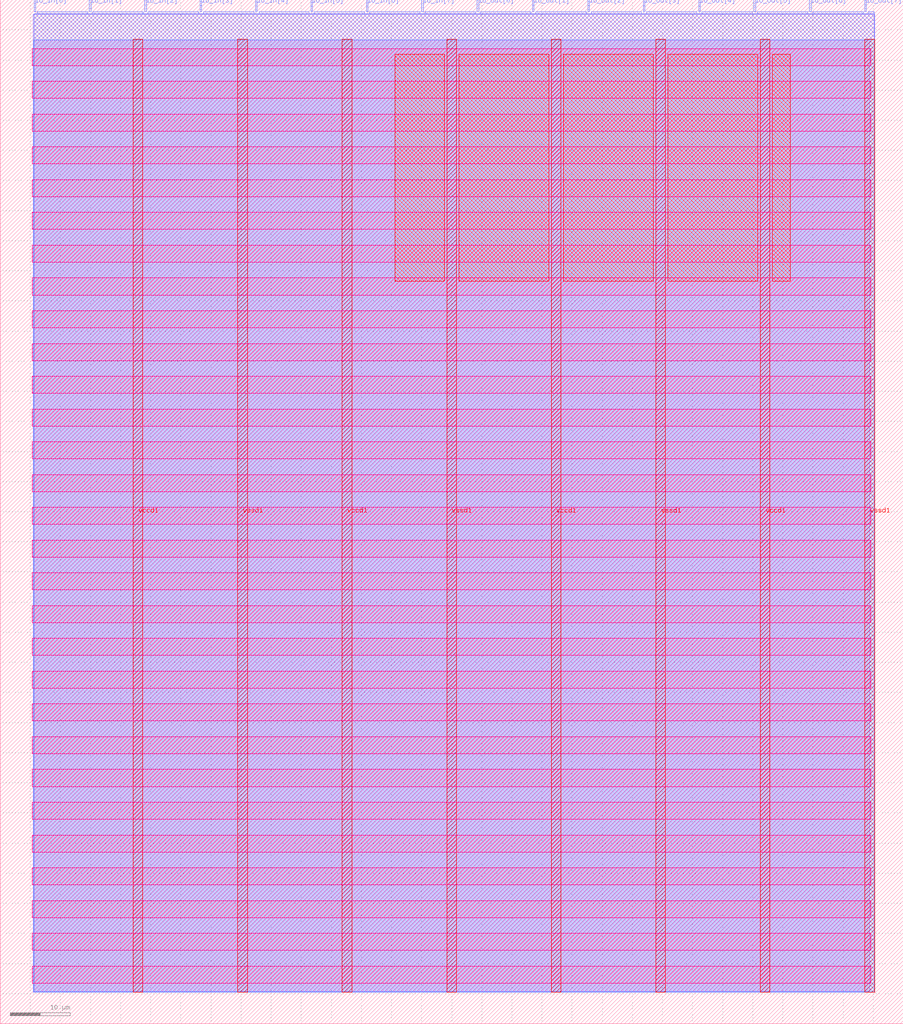
<source format=lef>
VERSION 5.7 ;
  NOWIREEXTENSIONATPIN ON ;
  DIVIDERCHAR "/" ;
  BUSBITCHARS "[]" ;
MACRO alu_top
  CLASS BLOCK ;
  FOREIGN alu_top ;
  ORIGIN 0.000 0.000 ;
  SIZE 150.000 BY 170.000 ;
  PIN io_in[0]
    DIRECTION INPUT ;
    USE SIGNAL ;
    PORT
      LAYER met2 ;
        RECT 5.610 168.000 5.890 170.000 ;
    END
  END io_in[0]
  PIN io_in[1]
    DIRECTION INPUT ;
    USE SIGNAL ;
    PORT
      LAYER met2 ;
        RECT 14.810 168.000 15.090 170.000 ;
    END
  END io_in[1]
  PIN io_in[2]
    DIRECTION INPUT ;
    USE SIGNAL ;
    PORT
      LAYER met2 ;
        RECT 24.010 168.000 24.290 170.000 ;
    END
  END io_in[2]
  PIN io_in[3]
    DIRECTION INPUT ;
    USE SIGNAL ;
    PORT
      LAYER met2 ;
        RECT 33.210 168.000 33.490 170.000 ;
    END
  END io_in[3]
  PIN io_in[4]
    DIRECTION INPUT ;
    USE SIGNAL ;
    PORT
      LAYER met2 ;
        RECT 42.410 168.000 42.690 170.000 ;
    END
  END io_in[4]
  PIN io_in[5]
    DIRECTION INPUT ;
    USE SIGNAL ;
    PORT
      LAYER met2 ;
        RECT 51.610 168.000 51.890 170.000 ;
    END
  END io_in[5]
  PIN io_in[6]
    DIRECTION INPUT ;
    USE SIGNAL ;
    PORT
      LAYER met2 ;
        RECT 60.810 168.000 61.090 170.000 ;
    END
  END io_in[6]
  PIN io_in[7]
    DIRECTION INPUT ;
    USE SIGNAL ;
    PORT
      LAYER met2 ;
        RECT 70.010 168.000 70.290 170.000 ;
    END
  END io_in[7]
  PIN io_out[0]
    DIRECTION OUTPUT TRISTATE ;
    USE SIGNAL ;
    PORT
      LAYER met2 ;
        RECT 79.210 168.000 79.490 170.000 ;
    END
  END io_out[0]
  PIN io_out[1]
    DIRECTION OUTPUT TRISTATE ;
    USE SIGNAL ;
    PORT
      LAYER met2 ;
        RECT 88.410 168.000 88.690 170.000 ;
    END
  END io_out[1]
  PIN io_out[2]
    DIRECTION OUTPUT TRISTATE ;
    USE SIGNAL ;
    PORT
      LAYER met2 ;
        RECT 97.610 168.000 97.890 170.000 ;
    END
  END io_out[2]
  PIN io_out[3]
    DIRECTION OUTPUT TRISTATE ;
    USE SIGNAL ;
    PORT
      LAYER met2 ;
        RECT 106.810 168.000 107.090 170.000 ;
    END
  END io_out[3]
  PIN io_out[4]
    DIRECTION OUTPUT TRISTATE ;
    USE SIGNAL ;
    PORT
      LAYER met2 ;
        RECT 116.010 168.000 116.290 170.000 ;
    END
  END io_out[4]
  PIN io_out[5]
    DIRECTION OUTPUT TRISTATE ;
    USE SIGNAL ;
    PORT
      LAYER met2 ;
        RECT 125.210 168.000 125.490 170.000 ;
    END
  END io_out[5]
  PIN io_out[6]
    DIRECTION OUTPUT TRISTATE ;
    USE SIGNAL ;
    PORT
      LAYER met2 ;
        RECT 134.410 168.000 134.690 170.000 ;
    END
  END io_out[6]
  PIN io_out[7]
    DIRECTION OUTPUT TRISTATE ;
    USE SIGNAL ;
    PORT
      LAYER met2 ;
        RECT 143.610 168.000 143.890 170.000 ;
    END
  END io_out[7]
  PIN vccd1
    DIRECTION INOUT ;
    USE POWER ;
    PORT
      LAYER met4 ;
        RECT 22.085 5.200 23.685 163.440 ;
    END
    PORT
      LAYER met4 ;
        RECT 56.815 5.200 58.415 163.440 ;
    END
    PORT
      LAYER met4 ;
        RECT 91.545 5.200 93.145 163.440 ;
    END
    PORT
      LAYER met4 ;
        RECT 126.275 5.200 127.875 163.440 ;
    END
  END vccd1
  PIN vssd1
    DIRECTION INOUT ;
    USE GROUND ;
    PORT
      LAYER met4 ;
        RECT 39.450 5.200 41.050 163.440 ;
    END
    PORT
      LAYER met4 ;
        RECT 74.180 5.200 75.780 163.440 ;
    END
    PORT
      LAYER met4 ;
        RECT 108.910 5.200 110.510 163.440 ;
    END
    PORT
      LAYER met4 ;
        RECT 143.640 5.200 145.240 163.440 ;
    END
  END vssd1
  OBS
      LAYER nwell ;
        RECT 5.330 159.065 144.630 161.895 ;
        RECT 5.330 153.625 144.630 156.455 ;
        RECT 5.330 148.185 144.630 151.015 ;
        RECT 5.330 142.745 144.630 145.575 ;
        RECT 5.330 137.305 144.630 140.135 ;
        RECT 5.330 131.865 144.630 134.695 ;
        RECT 5.330 126.425 144.630 129.255 ;
        RECT 5.330 120.985 144.630 123.815 ;
        RECT 5.330 115.545 144.630 118.375 ;
        RECT 5.330 110.105 144.630 112.935 ;
        RECT 5.330 104.665 144.630 107.495 ;
        RECT 5.330 99.225 144.630 102.055 ;
        RECT 5.330 93.785 144.630 96.615 ;
        RECT 5.330 88.345 144.630 91.175 ;
        RECT 5.330 82.905 144.630 85.735 ;
        RECT 5.330 77.465 144.630 80.295 ;
        RECT 5.330 72.025 144.630 74.855 ;
        RECT 5.330 66.585 144.630 69.415 ;
        RECT 5.330 61.145 144.630 63.975 ;
        RECT 5.330 55.705 144.630 58.535 ;
        RECT 5.330 50.265 144.630 53.095 ;
        RECT 5.330 44.825 144.630 47.655 ;
        RECT 5.330 39.385 144.630 42.215 ;
        RECT 5.330 33.945 144.630 36.775 ;
        RECT 5.330 28.505 144.630 31.335 ;
        RECT 5.330 23.065 144.630 25.895 ;
        RECT 5.330 17.625 144.630 20.455 ;
        RECT 5.330 12.185 144.630 15.015 ;
        RECT 5.330 6.745 144.630 9.575 ;
      LAYER li1 ;
        RECT 5.520 5.355 144.440 163.285 ;
      LAYER met1 ;
        RECT 5.520 5.200 145.240 167.580 ;
      LAYER met2 ;
        RECT 6.170 167.720 14.530 168.000 ;
        RECT 15.370 167.720 23.730 168.000 ;
        RECT 24.570 167.720 32.930 168.000 ;
        RECT 33.770 167.720 42.130 168.000 ;
        RECT 42.970 167.720 51.330 168.000 ;
        RECT 52.170 167.720 60.530 168.000 ;
        RECT 61.370 167.720 69.730 168.000 ;
        RECT 70.570 167.720 78.930 168.000 ;
        RECT 79.770 167.720 88.130 168.000 ;
        RECT 88.970 167.720 97.330 168.000 ;
        RECT 98.170 167.720 106.530 168.000 ;
        RECT 107.370 167.720 115.730 168.000 ;
        RECT 116.570 167.720 124.930 168.000 ;
        RECT 125.770 167.720 134.130 168.000 ;
        RECT 134.970 167.720 143.330 168.000 ;
        RECT 144.170 167.720 145.210 168.000 ;
        RECT 5.610 5.255 145.210 167.720 ;
      LAYER met3 ;
        RECT 5.585 5.275 145.230 163.365 ;
      LAYER met4 ;
        RECT 65.615 123.255 73.780 160.985 ;
        RECT 76.180 123.255 91.145 160.985 ;
        RECT 93.545 123.255 108.510 160.985 ;
        RECT 110.910 123.255 125.875 160.985 ;
        RECT 128.275 123.255 131.265 160.985 ;
  END
END alu_top
END LIBRARY


</source>
